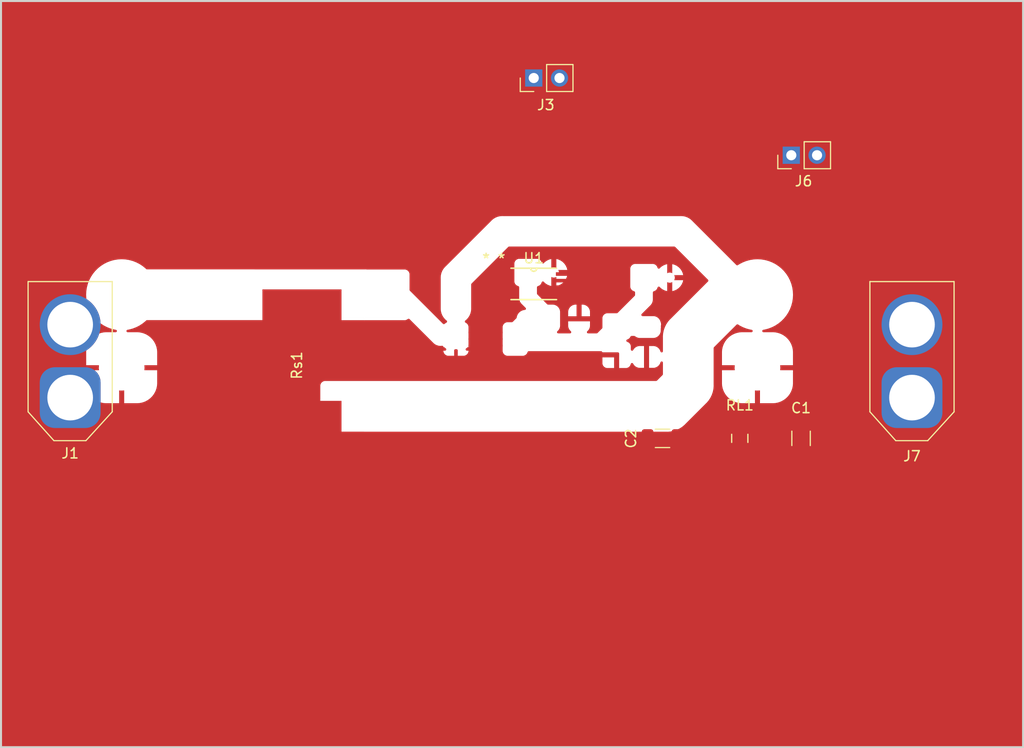
<source format=kicad_pcb>
(kicad_pcb (version 20221018) (generator pcbnew)
  (layers (0 "F.Cu" signal) (31 "B.Cu" signal) (34 "B.Paste" user) (35 "F.Paste" user) (36 "B.SilkS" user "B.Silkscreen") (37 "F.SilkS" user "F.Silkscreen") (38 "B.Mask" user) (39 "F.Mask" user) (44 "Edge.Cuts" user))
  (net 0 "")
  (net 1 "/Vout")
  (net 2 "GND")
  (net 3 "/V-")
  (net 7 "/Batt+")
  (net 8 "/Batt-")
  (footprint "Mechatronic Footprints:AMASS_XT60-F_1x02_P7.20mm_Vertical" (layer "F.Cu") (at 174.464045 97.58 90)
    (fp_text reference "J7" (at -5.780962 -0.00416) (layer "F.SilkS"))
    (fp_text value "PLUG BATTERY OUTPUT HERE (XT60)" hide)
    (fp_line (start -4.25 -1.6) (end -4.25 1.55) (stroke (width 0.12)) (layer "F.SilkS"))
    (fp_line (start -4.25 1.55) (end -1.4 4.15) (stroke (width 0.12)) (layer "F.SilkS"))
    (fp_line (start -1.4 -4.15) (end -4.25 -1.6) (stroke (width 0.12)) (layer "F.SilkS"))
    (fp_line (start -1.4 4.15) (end 11.45 4.15) (stroke (width 0.12)) (layer "F.SilkS"))
    (fp_line (start 11.45 -4.15) (end -1.4 -4.15) (stroke (width 0.12)) (layer "F.SilkS"))
    (fp_line (start 11.45 4.15) (end 11.45 -4.15) (stroke (width 0.12)) (layer "F.SilkS"))
    (pad "1" thru_hole roundrect (at 0 0 90) (size 6 6) (drill 4.5) (layers "*.Cu" "*.Mask") (net 2 "GND"))
    (pad "2" thru_hole circle (at 7.2 0 90) (size 6 6) (drill 4.5) (layers "*.Cu" "*.Mask") (net 8 "/Batt-"))
  )
  (footprint "Capacitor_SMD:C_1206_3216Metric" (layer "F.Cu") (at 149.86 101.6)
    (fp_text reference "C2" (at -3.112128 0.016213 90) (layer "F.SilkS"))
    (fp_text value "0.1uF")
    (fp_line (start -0.711252 -0.91) (end 0.711252 -0.91) (stroke (width 0.12)) (layer "F.SilkS"))
    (fp_line (start -0.711252 0.91) (end 0.711252 0.91) (stroke (width 0.12)) (layer "F.SilkS"))
    (pad "1" smd roundrect (at -1.475 0) (size 1.15 1.8) (layers "F.Cu" "F.Paste" "F.Mask") (roundrect_rratio 0.2173913043) (net 3 "/V-"))
    (pad "2" smd roundrect (at 1.475 0) (size 1.15 1.8) (layers "F.Cu" "F.Paste" "F.Mask") (roundrect_rratio 0.2173913043) (net 2 "GND"))
  )
  (footprint "RC1206FR-13100KL:RESC3216X65" (layer "F.Cu") (at 157.48 101.6 -90)
    (fp_text reference "RL1" (at -3.260823 -0.001785 180) (layer "F.SilkS"))
    (fp_text value "100k")
    (fp_line (start -0.4 -0.8) (end 0.4 -0.8) (stroke (width 0.127)) (layer "F.SilkS"))
    (fp_line (start -0.4 0.8) (end 0.4 0.8) (stroke (width 0.127)) (layer "F.SilkS"))
    (pad "1" smd rect (at -1.4 0 270) (size 1.6 1.8) (layers "F.Cu" "F.Paste" "F.Mask") (net 1 "/Vout"))
    (pad "2" smd rect (at 1.4 0 270) (size 1.6 1.8) (layers "F.Cu" "F.Paste" "F.Mask") (net 2 "GND"))
  )
  (footprint "Mechatronic Footprints:CSS2H-5930R" (layer "F.Cu") (at 114.3 94.4 90)
    (fp_text reference "Rs1" (at 0 -0.5 90 unlocked) (layer "F.SilkS"))
    (fp_text value "R_Small_US")
    (pad "1" smd rect (at -5.5 0 180) (size 7.8 4) (layers "F.Cu" "F.Paste" "F.Mask") (net 8 "/Batt-"))
    (pad "2" smd rect (at 5.5 0 180) (size 7.8 4) (layers "F.Cu" "F.Paste" "F.Mask") (net 7 "/Batt+"))
  )
  (footprint "Capacitor_SMD:C_1206_3216Metric" (layer "F.Cu") (at 163.524 101.6 -90)
    (fp_text reference "C1" (at -2.991895 0.004698 -180) (layer "F.SilkS"))
    (fp_text value "80pF")
    (fp_line (start -0.711252 -0.91) (end 0.711252 -0.91) (stroke (width 0.12)) (layer "F.SilkS"))
    (fp_line (start -0.711252 0.91) (end 0.711252 0.91) (stroke (width 0.12)) (layer "F.SilkS"))
    (pad "1" smd roundrect (at -1.475 0 270) (size 1.15 1.8) (layers "F.Cu" "F.Paste" "F.Mask") (roundrect_rratio 0.2173913043) (net 1 "/Vout"))
    (pad "2" smd roundrect (at 1.475 0 270) (size 1.15 1.8) (layers "F.Cu" "F.Paste" "F.Mask") (roundrect_rratio 0.2173913043) (net 2 "GND"))
  )
  (footprint "Connector_PinHeader_2.54mm:PinHeader_1x02_P2.54mm_Vertical" (layer "F.Cu") (at 137.16 66.04 90)
    (fp_text reference "J3" (at -2.663938 1.191153 180) (layer "F.SilkS"))
    (fp_text value "V+/- TEST Header PIN" hide)
    (fp_line (start -1.33 -1.33) (end 0 -1.33) (stroke (width 0.12)) (layer "F.SilkS"))
    (fp_line (start -1.33 0) (end -1.33 -1.33) (stroke (width 0.12)) (layer "F.SilkS"))
    (fp_line (start -1.33 1.27) (end -1.33 3.87) (stroke (width 0.12)) (layer "F.SilkS"))
    (fp_line (start -1.33 1.27) (end 1.33 1.27) (stroke (width 0.12)) (layer "F.SilkS"))
    (fp_line (start -1.33 3.87) (end 1.33 3.87) (stroke (width 0.12)) (layer "F.SilkS"))
    (fp_line (start 1.33 1.27) (end 1.33 3.87) (stroke (width 0.12)) (layer "F.SilkS"))
    (pad "1" thru_hole rect (at 0 0 90) (size 1.7 1.7) (drill 1) (layers "*.Cu" "*.Mask") (net 3 "/V-"))
    (pad "2" thru_hole oval (at 0 2.54 90) (size 1.7 1.7) (drill 1) (layers "*.Cu" "*.Mask") (net 2 "GND"))
  )
  (footprint "Mechatronic Footprints:INA139_PW8" (layer "F.Cu") (at 137.16 86.36)
    (fp_text reference "U1" (at 0 -2.54 unlocked) (layer "F.SilkS"))
    (fp_text value "INA139QPWRQ1")
    (fp_text user "*" (at -4.699 -2.4736) (layer "F.SilkS"))
    (fp_text user "*" (at -3.175 -2.4736 unlocked) (layer "F.SilkS"))
    (fp_line (start -2.2479 1.5494) (end 2.2479 1.5494) (stroke (width 0.1524)) (layer "F.SilkS"))
    (fp_line (start 2.2479 -1.5494) (end -2.2479 -1.5494) (stroke (width 0.1524)) (layer "F.SilkS"))
    (fp_arc (start 0.3048 -1.5494) (mid 0 -1.2446) (end -0.3048 -1.5494) (stroke (width 0.1524)) (layer "F.SilkS"))
    (pad "1" smd rect (at -2.921 -0.974999) (size 1.4732 0.3556) (layers "F.Cu" "F.Paste" "F.Mask") (net 8 "/Batt-"))
    (pad "2" smd rect (at -2.921 -0.325001) (size 1.4732 0.3556) (layers "F.Cu" "F.Paste" "F.Mask") (net 7 "/Batt+"))
    (pad "3" smd rect (at -2.921 0.325001) (size 1.4732 0.3556) (layers "F.Cu" "F.Paste" "F.Mask"))
    (pad "4" smd rect (at -2.921 0.974999) (size 1.4732 0.3556) (layers "F.Cu" "F.Paste" "F.Mask") (net 2 "GND"))
    (pad "5" smd rect (at 2.921 0.974999) (size 1.4732 0.3556) (layers "F.Cu" "F.Paste" "F.Mask"))
    (pad "6" smd rect (at 2.921 0.325001) (size 1.4732 0.3556) (layers "F.Cu" "F.Paste" "F.Mask") (net 1 "/Vout"))
    (pad "7" smd rect (at 2.921 -0.325001) (size 1.4732 0.3556) (layers "F.Cu" "F.Paste" "F.Mask"))
    (pad "8" smd rect (at 2.921 -0.974999) (size 1.4732 0.3556) (layers "F.Cu" "F.Paste" "F.Mask") (net 3 "/V-"))
  )
  (footprint "Mechatronic Footprints:AMASS_XT60-M_1x02_P7.20mm_Vertical" (layer "F.Cu") (at 91.44 97.58 90)
    (fp_text reference "J1" (at -5.5 0) (layer "F.SilkS"))
    (fp_text value "PLUG INPUT BATTERY IN HERE (XT60)" hide)
    (fp_line (start -4.25 -1.6) (end -4.25 1.55) (stroke (width 0.12)) (layer "F.SilkS"))
    (fp_line (start -4.25 1.55) (end -1.4 4.15) (stroke (width 0.12)) (layer "F.SilkS"))
    (fp_line (start -1.4 -4.15) (end -4.25 -1.6) (stroke (width 0.12)) (layer "F.SilkS"))
    (fp_line (start -1.4 4.15) (end 11.45 4.15) (stroke (width 0.12)) (layer "F.SilkS"))
    (fp_line (start 11.45 -4.15) (end -1.4 -4.15) (stroke (width 0.12)) (layer "F.SilkS"))
    (fp_line (start 11.45 4.15) (end 11.45 -4.15) (stroke (width 0.12)) (layer "F.SilkS"))
    (pad "1" thru_hole roundrect (at 0 0 90) (size 6 6) (drill 4.5) (layers "*.Cu" "*.Mask") (net 2 "GND"))
    (pad "2" thru_hole circle (at 7.2 0 90) (size 6 6) (drill 4.5) (layers "*.Cu" "*.Mask") (net 7 "/Batt+"))
  )
  (footprint "Connector_PinHeader_2.54mm:PinHeader_1x02_P2.54mm_Vertical" (layer "F.Cu") (at 162.56 73.66 90)
    (fp_text reference "J6" (at -2.560712 1.209769 180) (layer "F.SilkS"))
    (fp_text value "to MCU GPIO PIN" hide)
    (fp_line (start -1.33 -1.33) (end 0 -1.33) (stroke (width 0.12)) (layer "F.SilkS"))
    (fp_line (start -1.33 0) (end -1.33 -1.33) (stroke (width 0.12)) (layer "F.SilkS"))
    (fp_line (start -1.33 1.27) (end -1.33 3.87) (stroke (width 0.12)) (layer "F.SilkS"))
    (fp_line (start -1.33 1.27) (end 1.33 1.27) (stroke (width 0.12)) (layer "F.SilkS"))
    (fp_line (start -1.33 3.87) (end 1.33 3.87) (stroke (width 0.12)) (layer "F.SilkS"))
    (fp_line (start 1.33 1.27) (end 1.33 3.87) (stroke (width 0.12)) (layer "F.SilkS"))
    (pad "1" thru_hole rect (at 0 0 90) (size 1.7 1.7) (drill 1) (layers "*.Cu" "*.Mask") (net 1 "/Vout"))
    (pad "2" thru_hole oval (at 0 2.54 90) (size 1.7 1.7) (drill 1) (layers "*.Cu" "*.Mask") (net 2 "GND"))
  )
  (gr_rect (start 84.62 58.44) (end 185.42 132.08) (stroke (width 0.2)) (fill none) (layer "Edge.Cuts"))
  (zone (net 2) (net_name "GND") (layer "F.Cu") (connect_pads (clearance 0.5)) (min_thickness 0.25) (fill yes (thermal_gap 0.5) (thermal_bridge_width 0.5))
    (polygon (pts (xy 185.42 58.42) (xy 84.641695 58.445439) (xy 84.652825 132.071414) (xy 185.42 132.08)))
  )
)
</source>
